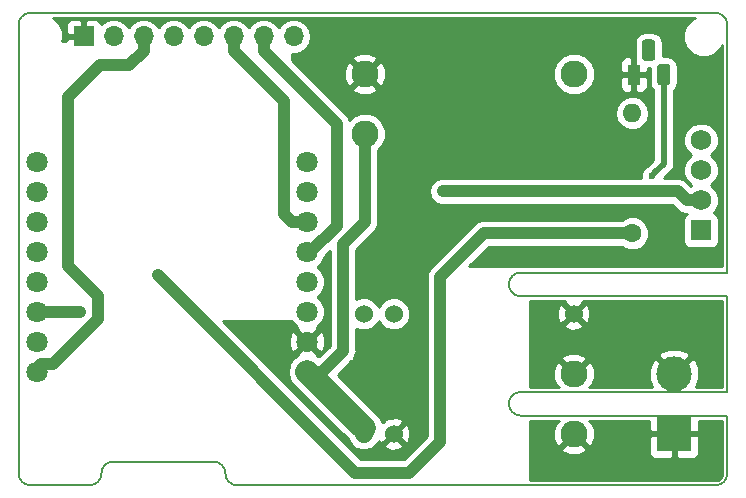
<source format=gbr>
G04 #@! TF.GenerationSoftware,KiCad,Pcbnew,(5.0.2)-1*
G04 #@! TF.CreationDate,2019-02-07T08:47:28-05:00*
G04 #@! TF.ProjectId,HASwitchPlate,48415377-6974-4636-9850-6c6174652e6b,rev?*
G04 #@! TF.SameCoordinates,Original*
G04 #@! TF.FileFunction,Copper,L1,Top*
G04 #@! TF.FilePolarity,Positive*
%FSLAX46Y46*%
G04 Gerber Fmt 4.6, Leading zero omitted, Abs format (unit mm)*
G04 Created by KiCad (PCBNEW (5.0.2)-1) date 2/7/2019 8:47:28 AM*
%MOMM*%
%LPD*%
G01*
G04 APERTURE LIST*
G04 #@! TA.AperFunction,NonConductor*
%ADD10C,0.150000*%
G04 #@! TD*
G04 #@! TA.AperFunction,ComponentPad*
%ADD11R,1.100000X1.800000*%
G04 #@! TD*
G04 #@! TA.AperFunction,Conductor*
%ADD12C,0.100000*%
G04 #@! TD*
G04 #@! TA.AperFunction,ComponentPad*
%ADD13C,1.100000*%
G04 #@! TD*
G04 #@! TA.AperFunction,ComponentPad*
%ADD14C,1.524000*%
G04 #@! TD*
G04 #@! TA.AperFunction,ComponentPad*
%ADD15C,2.290000*%
G04 #@! TD*
G04 #@! TA.AperFunction,ComponentPad*
%ADD16O,1.600000X1.600000*%
G04 #@! TD*
G04 #@! TA.AperFunction,ComponentPad*
%ADD17C,1.600000*%
G04 #@! TD*
G04 #@! TA.AperFunction,ComponentPad*
%ADD18C,1.750000*%
G04 #@! TD*
G04 #@! TA.AperFunction,ComponentPad*
%ADD19R,1.750000X1.750000*%
G04 #@! TD*
G04 #@! TA.AperFunction,ComponentPad*
%ADD20R,1.700000X1.700000*%
G04 #@! TD*
G04 #@! TA.AperFunction,ComponentPad*
%ADD21O,1.700000X1.700000*%
G04 #@! TD*
G04 #@! TA.AperFunction,ComponentPad*
%ADD22C,1.800000*%
G04 #@! TD*
G04 #@! TA.AperFunction,ComponentPad*
%ADD23R,3.000000X3.000000*%
G04 #@! TD*
G04 #@! TA.AperFunction,ComponentPad*
%ADD24C,3.000000*%
G04 #@! TD*
G04 #@! TA.AperFunction,ViaPad*
%ADD25C,0.600000*%
G04 #@! TD*
G04 #@! TA.AperFunction,Conductor*
%ADD26C,1.500000*%
G04 #@! TD*
G04 #@! TA.AperFunction,Conductor*
%ADD27C,2.000000*%
G04 #@! TD*
G04 #@! TA.AperFunction,Conductor*
%ADD28C,1.000000*%
G04 #@! TD*
G04 #@! TA.AperFunction,Conductor*
%ADD29C,0.500000*%
G04 #@! TD*
G04 #@! TA.AperFunction,Conductor*
%ADD30C,0.254000*%
G04 #@! TD*
G04 APERTURE END LIST*
D10*
X160000000Y-101000000D02*
X160000000Y-122000000D01*
X160000000Y-132100000D02*
X160000000Y-124000000D01*
X141500000Y-123000000D02*
G75*
G03X142500000Y-124000000I1000000J0D01*
G01*
X142500000Y-122000000D02*
G75*
G03X141500000Y-123000000I0J-1000000D01*
G01*
X142500000Y-122000000D02*
X160000000Y-122000000D01*
X142500000Y-124000000D02*
X160000000Y-124000000D01*
X118500000Y-140000000D02*
X159000000Y-140000000D01*
X101000000Y-140000000D02*
X106000000Y-140000000D01*
X108000000Y-138000000D02*
X116500000Y-138000000D01*
X117500000Y-139000000D02*
G75*
G03X118500000Y-140000000I1000000J0D01*
G01*
X117500000Y-139000000D02*
G75*
G03X116500000Y-138000000I-1000000J0D01*
G01*
X107998255Y-138000002D02*
G75*
G03X107000000Y-139000000I1745J-999998D01*
G01*
X106000000Y-140000000D02*
G75*
G03X107000000Y-139000000I0J1000000D01*
G01*
X101000000Y-100000000D02*
G75*
G03X100000000Y-101000000I0J-1000000D01*
G01*
X100000000Y-139000000D02*
G75*
G03X101000000Y-140000000I1000000J0D01*
G01*
X159000000Y-140000000D02*
G75*
G03X160000000Y-139000000I0J1000000D01*
G01*
X160000000Y-101000000D02*
G75*
G03X159000000Y-100000000I-1000000J0D01*
G01*
X141500000Y-133100000D02*
G75*
G03X142500000Y-134100000I1000000J0D01*
G01*
X142500000Y-132100000D02*
G75*
G03X141500000Y-133100000I0J-1000000D01*
G01*
X160000000Y-134100000D02*
X160000000Y-139000000D01*
X142500000Y-134100000D02*
X160000000Y-134100000D01*
X142500000Y-132100000D02*
X160000000Y-132100000D01*
X101000000Y-100000000D02*
X159000000Y-100000000D01*
X100000000Y-101000000D02*
X100000000Y-139000000D01*
D11*
G04 #@! TO.P,Q1,1*
G04 #@! TO.N,/GND*
X152070000Y-105226000D03*
D12*
G04 #@! TD*
G04 #@! TO.N,/LCD_GND*
G04 #@! TO.C,Q1*
G36*
X154911955Y-104327324D02*
X154938650Y-104331284D01*
X154964828Y-104337841D01*
X154990238Y-104346933D01*
X155014634Y-104358472D01*
X155037782Y-104372346D01*
X155059458Y-104388422D01*
X155079454Y-104406546D01*
X155097578Y-104426542D01*
X155113654Y-104448218D01*
X155127528Y-104471366D01*
X155139067Y-104495762D01*
X155148159Y-104521172D01*
X155154716Y-104547350D01*
X155158676Y-104574045D01*
X155160000Y-104601000D01*
X155160000Y-105851000D01*
X155158676Y-105877955D01*
X155154716Y-105904650D01*
X155148159Y-105930828D01*
X155139067Y-105956238D01*
X155127528Y-105980634D01*
X155113654Y-106003782D01*
X155097578Y-106025458D01*
X155079454Y-106045454D01*
X155059458Y-106063578D01*
X155037782Y-106079654D01*
X155014634Y-106093528D01*
X154990238Y-106105067D01*
X154964828Y-106114159D01*
X154938650Y-106120716D01*
X154911955Y-106124676D01*
X154885000Y-106126000D01*
X154335000Y-106126000D01*
X154308045Y-106124676D01*
X154281350Y-106120716D01*
X154255172Y-106114159D01*
X154229762Y-106105067D01*
X154205366Y-106093528D01*
X154182218Y-106079654D01*
X154160542Y-106063578D01*
X154140546Y-106045454D01*
X154122422Y-106025458D01*
X154106346Y-106003782D01*
X154092472Y-105980634D01*
X154080933Y-105956238D01*
X154071841Y-105930828D01*
X154065284Y-105904650D01*
X154061324Y-105877955D01*
X154060000Y-105851000D01*
X154060000Y-104601000D01*
X154061324Y-104574045D01*
X154065284Y-104547350D01*
X154071841Y-104521172D01*
X154080933Y-104495762D01*
X154092472Y-104471366D01*
X154106346Y-104448218D01*
X154122422Y-104426542D01*
X154140546Y-104406546D01*
X154160542Y-104388422D01*
X154182218Y-104372346D01*
X154205366Y-104358472D01*
X154229762Y-104346933D01*
X154255172Y-104337841D01*
X154281350Y-104331284D01*
X154308045Y-104327324D01*
X154335000Y-104326000D01*
X154885000Y-104326000D01*
X154911955Y-104327324D01*
X154911955Y-104327324D01*
G37*
D13*
G04 #@! TO.P,Q1,3*
G04 #@! TO.N,/LCD_GND*
X154610000Y-105226000D03*
D12*
G04 #@! TD*
G04 #@! TO.N,/LCD_CTL*
G04 #@! TO.C,Q1*
G36*
X153641955Y-102257324D02*
X153668650Y-102261284D01*
X153694828Y-102267841D01*
X153720238Y-102276933D01*
X153744634Y-102288472D01*
X153767782Y-102302346D01*
X153789458Y-102318422D01*
X153809454Y-102336546D01*
X153827578Y-102356542D01*
X153843654Y-102378218D01*
X153857528Y-102401366D01*
X153869067Y-102425762D01*
X153878159Y-102451172D01*
X153884716Y-102477350D01*
X153888676Y-102504045D01*
X153890000Y-102531000D01*
X153890000Y-103781000D01*
X153888676Y-103807955D01*
X153884716Y-103834650D01*
X153878159Y-103860828D01*
X153869067Y-103886238D01*
X153857528Y-103910634D01*
X153843654Y-103933782D01*
X153827578Y-103955458D01*
X153809454Y-103975454D01*
X153789458Y-103993578D01*
X153767782Y-104009654D01*
X153744634Y-104023528D01*
X153720238Y-104035067D01*
X153694828Y-104044159D01*
X153668650Y-104050716D01*
X153641955Y-104054676D01*
X153615000Y-104056000D01*
X153065000Y-104056000D01*
X153038045Y-104054676D01*
X153011350Y-104050716D01*
X152985172Y-104044159D01*
X152959762Y-104035067D01*
X152935366Y-104023528D01*
X152912218Y-104009654D01*
X152890542Y-103993578D01*
X152870546Y-103975454D01*
X152852422Y-103955458D01*
X152836346Y-103933782D01*
X152822472Y-103910634D01*
X152810933Y-103886238D01*
X152801841Y-103860828D01*
X152795284Y-103834650D01*
X152791324Y-103807955D01*
X152790000Y-103781000D01*
X152790000Y-102531000D01*
X152791324Y-102504045D01*
X152795284Y-102477350D01*
X152801841Y-102451172D01*
X152810933Y-102425762D01*
X152822472Y-102401366D01*
X152836346Y-102378218D01*
X152852422Y-102356542D01*
X152870546Y-102336546D01*
X152890542Y-102318422D01*
X152912218Y-102302346D01*
X152935366Y-102288472D01*
X152959762Y-102276933D01*
X152985172Y-102267841D01*
X153011350Y-102261284D01*
X153038045Y-102257324D01*
X153065000Y-102256000D01*
X153615000Y-102256000D01*
X153641955Y-102257324D01*
X153641955Y-102257324D01*
G37*
D13*
G04 #@! TO.P,Q1,2*
G04 #@! TO.N,/LCD_CTL*
X153340000Y-103156000D03*
G04 #@! TD*
D14*
G04 #@! TO.P,U3,8*
G04 #@! TO.N,N/C*
X129220000Y-125490000D03*
G04 #@! TO.P,U3,9*
G04 #@! TO.N,/+5V*
X129220000Y-135650000D03*
D15*
G04 #@! TO.P,U3,16*
G04 #@! TO.N,/AC_L*
X147000000Y-135650000D03*
D14*
G04 #@! TO.P,U3,10*
G04 #@! TO.N,/GND*
X131760000Y-135650000D03*
G04 #@! TO.P,U3,1*
G04 #@! TO.N,/AC_N*
X147000000Y-125490000D03*
G04 #@! TO.P,U3,7*
G04 #@! TO.N,N/C*
X131760000Y-125490000D03*
G04 #@! TD*
D16*
G04 #@! TO.P,R1,2*
G04 #@! TO.N,/LCD_CTL*
X151943000Y-108509000D03*
D17*
G04 #@! TO.P,R1,1*
G04 #@! TO.N,Net-(R1-Pad1)*
X151943000Y-118669000D03*
G04 #@! TD*
D18*
G04 #@! TO.P,J2,4*
G04 #@! TO.N,/+5V*
X157785000Y-110795000D03*
G04 #@! TO.P,J2,3*
G04 #@! TO.N,/LCD_TX*
X157785000Y-113335000D03*
G04 #@! TO.P,J2,2*
G04 #@! TO.N,/LCD_RX*
X157785000Y-115875000D03*
D19*
G04 #@! TO.P,J2,1*
G04 #@! TO.N,/LCD_GND*
X157785000Y-118415000D03*
G04 #@! TD*
D20*
G04 #@! TO.P,J3,1*
G04 #@! TO.N,/GND*
X105500000Y-102000000D03*
D21*
G04 #@! TO.P,J3,2*
G04 #@! TO.N,/+5V*
X108040000Y-102000000D03*
G04 #@! TO.P,J3,3*
G04 #@! TO.N,/+3.3V*
X110580000Y-102000000D03*
G04 #@! TO.P,J3,4*
G04 #@! TO.N,/A0*
X113120000Y-102000000D03*
G04 #@! TO.P,J3,5*
G04 #@! TO.N,/D0*
X115660000Y-102000000D03*
G04 #@! TO.P,J3,6*
G04 #@! TO.N,/D1*
X118200000Y-102000000D03*
G04 #@! TO.P,J3,7*
G04 #@! TO.N,/D2*
X120740000Y-102000000D03*
G04 #@! TO.P,J3,8*
G04 #@! TO.N,/D8_DBG*
X123280000Y-102000000D03*
G04 #@! TD*
D15*
G04 #@! TO.P,U1,5*
G04 #@! TO.N,N/C*
X147000000Y-105170000D03*
G04 #@! TO.P,U1,1*
G04 #@! TO.N,/AC_L*
X147000000Y-135650000D03*
G04 #@! TO.P,U1,2*
G04 #@! TO.N,/AC_N*
X147000000Y-130570000D03*
G04 #@! TO.P,U1,3*
G04 #@! TO.N,/+5V*
X129300000Y-110250000D03*
G04 #@! TO.P,U1,4*
G04 #@! TO.N,/GND*
X129300000Y-105170000D03*
G04 #@! TD*
D22*
G04 #@! TO.P,U2,16*
G04 #@! TO.N,/+3.3V*
X101570000Y-130390000D03*
G04 #@! TO.P,U2,1*
G04 #@! TO.N,/+5V*
X124430000Y-130390000D03*
G04 #@! TO.P,U2,15*
G04 #@! TO.N,/D8_DBG*
X101570000Y-127850000D03*
G04 #@! TO.P,U2,2*
G04 #@! TO.N,/GND*
X124430000Y-127850000D03*
G04 #@! TO.P,U2,14*
G04 #@! TO.N,/LCD_TX*
X101570000Y-125310000D03*
G04 #@! TO.P,U2,3*
G04 #@! TO.N,/LCD_RX*
X124430000Y-125310000D03*
G04 #@! TO.P,U2,13*
G04 #@! TO.N,Net-(R1-Pad1)*
X101570000Y-122770000D03*
G04 #@! TO.P,U2,4*
G04 #@! TO.N,Net-(U2-Pad4)*
X124430000Y-122770000D03*
G04 #@! TO.P,U2,12*
G04 #@! TO.N,Net-(U2-Pad12)*
X101570000Y-120230000D03*
G04 #@! TO.P,U2,5*
G04 #@! TO.N,/D2*
X124430000Y-120230000D03*
G04 #@! TO.P,U2,11*
G04 #@! TO.N,/D0*
X101570000Y-117690000D03*
G04 #@! TO.P,U2,6*
G04 #@! TO.N,/D1*
X124430000Y-117690000D03*
G04 #@! TO.P,U2,10*
G04 #@! TO.N,/A0*
X101570000Y-115150000D03*
G04 #@! TO.P,U2,7*
G04 #@! TO.N,Net-(U2-Pad7)*
X124430000Y-115150000D03*
G04 #@! TO.P,U2,9*
G04 #@! TO.N,Net-(U2-Pad9)*
X101570000Y-112610000D03*
G04 #@! TO.P,U2,8*
G04 #@! TO.N,Net-(U2-Pad8)*
X124430000Y-112610000D03*
G04 #@! TD*
D23*
G04 #@! TO.P,J1,1*
G04 #@! TO.N,/AC_L*
X155500000Y-135650000D03*
D24*
G04 #@! TO.P,J1,2*
G04 #@! TO.N,/AC_N*
X155500000Y-130570000D03*
G04 #@! TD*
D25*
G04 #@! TO.N,/LCD_TX*
X105207000Y-125310000D03*
G04 #@! TO.N,/LCD_RX*
X135941000Y-115113000D03*
G04 #@! TO.N,/LCD_GND*
X153594000Y-113812990D03*
G04 #@! TO.N,Net-(R1-Pad1)*
X111811000Y-122225000D03*
G04 #@! TD*
D26*
G04 #@! TO.N,/+5V*
X129220000Y-135189000D02*
X129220000Y-135650000D01*
X124430000Y-130390000D02*
X124430000Y-130399000D01*
D27*
X124430000Y-130399000D02*
X129220000Y-135189000D01*
D28*
X129300000Y-111869274D02*
X129300000Y-110250000D01*
X129300000Y-117753336D02*
X129300000Y-111869274D01*
X127457999Y-119595337D02*
X129300000Y-117753336D01*
X127457999Y-128634793D02*
X127457999Y-119595337D01*
X125702792Y-130390000D02*
X127457999Y-128634793D01*
X124430000Y-130390000D02*
X125702792Y-130390000D01*
G04 #@! TO.N,/LCD_TX*
X101570000Y-125310000D02*
X105207000Y-125310000D01*
G04 #@! TO.N,/LCD_RX*
X156547564Y-115875000D02*
X157785000Y-115875000D01*
X135899792Y-115113000D02*
X135941000Y-115113000D01*
X155785564Y-115113000D02*
X156547564Y-115875000D01*
X135941000Y-115113000D02*
X155785564Y-115113000D01*
G04 #@! TO.N,/+3.3V*
X110580000Y-103202081D02*
X110580000Y-102000000D01*
X109337081Y-104445000D02*
X110580000Y-103202081D01*
X106858000Y-104445000D02*
X109337081Y-104445000D01*
X104191000Y-107112000D02*
X106858000Y-104445000D01*
X104191000Y-121463000D02*
X104191000Y-107112000D01*
X101570000Y-130053000D02*
X101872999Y-129750001D01*
X101570000Y-130390000D02*
X101570000Y-130053000D01*
X101872999Y-129750001D02*
X102888333Y-129750001D01*
X102888333Y-129750001D02*
X106707010Y-125931324D01*
X106707010Y-125931324D02*
X106707010Y-123979010D01*
X106707010Y-123979010D02*
X104191000Y-121463000D01*
G04 #@! TO.N,/D1*
X118200000Y-103202081D02*
X118200000Y-102000000D01*
X122479000Y-107481081D02*
X118200000Y-103202081D01*
X122479000Y-117011792D02*
X122479000Y-107481081D01*
X124430000Y-117690000D02*
X123157208Y-117690000D01*
X123157208Y-117690000D02*
X122479000Y-117011792D01*
G04 #@! TO.N,/D2*
X120740000Y-103202081D02*
X120740000Y-102000000D01*
X126924000Y-109386081D02*
X120740000Y-103202081D01*
X126924000Y-118008002D02*
X126924000Y-109386081D01*
X124430000Y-120230000D02*
X124702002Y-120230000D01*
X124702002Y-120230000D02*
X126924000Y-118008002D01*
D29*
G04 #@! TO.N,/LCD_GND*
X153893999Y-113512991D02*
X153594000Y-113812990D01*
X154615010Y-112791980D02*
X153893999Y-113512991D01*
X154615010Y-104826000D02*
X154615010Y-112791980D01*
D28*
G04 #@! TO.N,Net-(R1-Pad1)*
X112110999Y-122524999D02*
X111811000Y-122225000D01*
X139370000Y-118669000D02*
X135687000Y-122352000D01*
X133084010Y-138924990D02*
X128510990Y-138924990D01*
X151943000Y-118669000D02*
X139370000Y-118669000D01*
X135687000Y-122352000D02*
X135687000Y-136322000D01*
X135687000Y-136322000D02*
X133084010Y-138924990D01*
X128510990Y-138924990D02*
X112110999Y-122524999D01*
G04 #@! TD*
D30*
G04 #@! TO.N,/GND*
G36*
X157021733Y-100535920D02*
X156535920Y-101021733D01*
X156273000Y-101656478D01*
X156273000Y-102343522D01*
X156535920Y-102978267D01*
X157021733Y-103464080D01*
X157656478Y-103727000D01*
X158343522Y-103727000D01*
X158978267Y-103464080D01*
X159464080Y-102978267D01*
X159578000Y-102703240D01*
X159578001Y-121463000D01*
X138169818Y-121463000D01*
X139836818Y-119796000D01*
X151051916Y-119796000D01*
X151134669Y-119878753D01*
X151659152Y-120096000D01*
X152226848Y-120096000D01*
X152751331Y-119878753D01*
X153152753Y-119477331D01*
X153370000Y-118952848D01*
X153370000Y-118385152D01*
X153152753Y-117860669D01*
X152751331Y-117459247D01*
X152226848Y-117242000D01*
X151659152Y-117242000D01*
X151134669Y-117459247D01*
X151051916Y-117542000D01*
X139480998Y-117542000D01*
X139370000Y-117519921D01*
X139259002Y-117542000D01*
X139259001Y-117542000D01*
X138930267Y-117607389D01*
X138557478Y-117856478D01*
X138494600Y-117950582D01*
X134968582Y-121476600D01*
X134874478Y-121539478D01*
X134710249Y-121785266D01*
X134631761Y-121902732D01*
X134625389Y-121912268D01*
X134596313Y-122058443D01*
X134537921Y-122352000D01*
X134560000Y-122462998D01*
X134560001Y-135855180D01*
X132617192Y-137797990D01*
X128977808Y-137797990D01*
X118789154Y-127609336D01*
X122883542Y-127609336D01*
X122909161Y-128219460D01*
X123093357Y-128664148D01*
X123349841Y-128750554D01*
X124250395Y-127850000D01*
X124609605Y-127850000D01*
X125510159Y-128750554D01*
X125766643Y-128664148D01*
X125976458Y-128090664D01*
X125950839Y-127480540D01*
X125766643Y-127035852D01*
X125510159Y-126949446D01*
X124609605Y-127850000D01*
X124250395Y-127850000D01*
X123349841Y-126949446D01*
X123093357Y-127035852D01*
X122883542Y-127609336D01*
X118789154Y-127609336D01*
X117306818Y-126127000D01*
X123000000Y-126127000D01*
X123048601Y-126117333D01*
X123089803Y-126089803D01*
X123096216Y-126080205D01*
X123135472Y-126174976D01*
X123565024Y-126604528D01*
X123582675Y-126611839D01*
X123529446Y-126769841D01*
X124430000Y-127670395D01*
X125330554Y-126769841D01*
X125277325Y-126611839D01*
X125294976Y-126604528D01*
X125724528Y-126174976D01*
X125957000Y-125613739D01*
X125957000Y-125006261D01*
X125724528Y-124445024D01*
X125319504Y-124040000D01*
X125724528Y-123634976D01*
X125957000Y-123073739D01*
X125957000Y-122466261D01*
X125724528Y-121905024D01*
X125319504Y-121500000D01*
X125724528Y-121094976D01*
X125932194Y-120593626D01*
X126331000Y-120194820D01*
X126330999Y-128167975D01*
X125405164Y-129093810D01*
X125299261Y-129023047D01*
X125330554Y-128930159D01*
X124430000Y-128029605D01*
X123529446Y-128930159D01*
X123560739Y-129023047D01*
X123256999Y-129225999D01*
X122897400Y-129764177D01*
X122771127Y-130399000D01*
X122897400Y-131033823D01*
X123166230Y-131436154D01*
X127934050Y-136203975D01*
X127965547Y-136251113D01*
X128042463Y-136436805D01*
X128184587Y-136578929D01*
X128227239Y-136642762D01*
X128291072Y-136685414D01*
X128433195Y-136827537D01*
X128618889Y-136904454D01*
X128682722Y-136947106D01*
X128758018Y-136962083D01*
X128943711Y-137039000D01*
X129144705Y-137039000D01*
X129220000Y-137053977D01*
X129295295Y-137039000D01*
X129496289Y-137039000D01*
X129681981Y-136962084D01*
X129757279Y-136947106D01*
X129821114Y-136904453D01*
X130006805Y-136827537D01*
X130148926Y-136685416D01*
X130212762Y-136642762D01*
X130221146Y-136630213D01*
X130959392Y-136630213D01*
X131028857Y-136872397D01*
X131552302Y-137059144D01*
X132107368Y-137031362D01*
X132491143Y-136872397D01*
X132560608Y-136630213D01*
X131760000Y-135829605D01*
X130959392Y-136630213D01*
X130221146Y-136630213D01*
X130255415Y-136578927D01*
X130397537Y-136436805D01*
X130474454Y-136251112D01*
X130480188Y-136242530D01*
X130537603Y-136381143D01*
X130779787Y-136450608D01*
X131580395Y-135650000D01*
X131939605Y-135650000D01*
X132740213Y-136450608D01*
X132982397Y-136381143D01*
X133169144Y-135857698D01*
X133141362Y-135302632D01*
X132982397Y-134918857D01*
X132740213Y-134849392D01*
X131939605Y-135650000D01*
X131580395Y-135650000D01*
X131566253Y-135635858D01*
X131745858Y-135456253D01*
X131760000Y-135470395D01*
X132560608Y-134669787D01*
X132491143Y-134427603D01*
X131967698Y-134240856D01*
X131412632Y-134268638D01*
X131028857Y-134427603D01*
X130959393Y-134669785D01*
X130844382Y-134554774D01*
X130767927Y-134631229D01*
X130752600Y-134554176D01*
X130483770Y-134151845D01*
X127009267Y-130677343D01*
X128176417Y-129510193D01*
X128270521Y-129447315D01*
X128519610Y-129074526D01*
X128584999Y-128745792D01*
X128584999Y-128745791D01*
X128607078Y-128634793D01*
X128584999Y-128523795D01*
X128584999Y-126730416D01*
X128943711Y-126879000D01*
X129496289Y-126879000D01*
X130006805Y-126667537D01*
X130397537Y-126276805D01*
X130490000Y-126053580D01*
X130582463Y-126276805D01*
X130973195Y-126667537D01*
X131483711Y-126879000D01*
X132036289Y-126879000D01*
X132546805Y-126667537D01*
X132937537Y-126276805D01*
X133149000Y-125766289D01*
X133149000Y-125213711D01*
X132937537Y-124703195D01*
X132546805Y-124312463D01*
X132036289Y-124101000D01*
X131483711Y-124101000D01*
X130973195Y-124312463D01*
X130582463Y-124703195D01*
X130490000Y-124926420D01*
X130397537Y-124703195D01*
X130006805Y-124312463D01*
X129496289Y-124101000D01*
X128943711Y-124101000D01*
X128584999Y-124249584D01*
X128584999Y-120062155D01*
X130018421Y-118628734D01*
X130112522Y-118565858D01*
X130281624Y-118312778D01*
X130361610Y-118193071D01*
X130361610Y-118193070D01*
X130361611Y-118193069D01*
X130427000Y-117864335D01*
X130427000Y-117864334D01*
X130449079Y-117753336D01*
X130427000Y-117642338D01*
X130427000Y-115113000D01*
X134750713Y-115113000D01*
X134838181Y-115552733D01*
X135087270Y-115925522D01*
X135460059Y-116174611D01*
X135788793Y-116240000D01*
X155318746Y-116240000D01*
X155672165Y-116593420D01*
X155735042Y-116687522D01*
X156107831Y-116936611D01*
X156436565Y-117002000D01*
X156436566Y-117002000D01*
X156547564Y-117024079D01*
X156556105Y-117022380D01*
X156457959Y-117087959D01*
X156319380Y-117295357D01*
X156270717Y-117540000D01*
X156270717Y-119290000D01*
X156319380Y-119534643D01*
X156457959Y-119742041D01*
X156665357Y-119880620D01*
X156910000Y-119929283D01*
X158660000Y-119929283D01*
X158904643Y-119880620D01*
X159112041Y-119742041D01*
X159250620Y-119534643D01*
X159299283Y-119290000D01*
X159299283Y-117540000D01*
X159250620Y-117295357D01*
X159112041Y-117087959D01*
X158904643Y-116949380D01*
X158846362Y-116937787D01*
X159058334Y-116725815D01*
X159287000Y-116173766D01*
X159287000Y-115576234D01*
X159058334Y-115024185D01*
X158639149Y-114605000D01*
X159058334Y-114185815D01*
X159287000Y-113633766D01*
X159287000Y-113036234D01*
X159058334Y-112484185D01*
X158639149Y-112065000D01*
X159058334Y-111645815D01*
X159287000Y-111093766D01*
X159287000Y-110496234D01*
X159058334Y-109944185D01*
X158635815Y-109521666D01*
X158083766Y-109293000D01*
X157486234Y-109293000D01*
X156934185Y-109521666D01*
X156511666Y-109944185D01*
X156283000Y-110496234D01*
X156283000Y-111093766D01*
X156511666Y-111645815D01*
X156930851Y-112065000D01*
X156511666Y-112484185D01*
X156283000Y-113036234D01*
X156283000Y-113633766D01*
X156511666Y-114185815D01*
X156930851Y-114605000D01*
X156901117Y-114634734D01*
X156660964Y-114394582D01*
X156598086Y-114300478D01*
X156225297Y-114051389D01*
X155896563Y-113986000D01*
X155896562Y-113986000D01*
X155785564Y-113963921D01*
X155674566Y-113986000D01*
X154661254Y-113986000D01*
X155174067Y-113473188D01*
X155247291Y-113424261D01*
X155338414Y-113287887D01*
X155441126Y-113134169D01*
X155460606Y-113036234D01*
X155492010Y-112878355D01*
X155492010Y-112878352D01*
X155509190Y-112791980D01*
X155492010Y-112705608D01*
X155492010Y-106523880D01*
X155531496Y-106497496D01*
X155729687Y-106200881D01*
X155799283Y-105851000D01*
X155799283Y-104601000D01*
X155729687Y-104251119D01*
X155531496Y-103954504D01*
X155234881Y-103756313D01*
X154885000Y-103686717D01*
X154529283Y-103686717D01*
X154529283Y-102531000D01*
X154459687Y-102181119D01*
X154261496Y-101884504D01*
X153964881Y-101686313D01*
X153615000Y-101616717D01*
X153065000Y-101616717D01*
X152715119Y-101686313D01*
X152418504Y-101884504D01*
X152220313Y-102181119D01*
X152150717Y-102531000D01*
X152150717Y-103781000D01*
X152197000Y-104013679D01*
X152197000Y-105099000D01*
X153096250Y-105099000D01*
X153255000Y-104940250D01*
X153255000Y-104695283D01*
X153420717Y-104695283D01*
X153420717Y-105851000D01*
X153490313Y-106200881D01*
X153688504Y-106497496D01*
X153738010Y-106530575D01*
X153738011Y-112428714D01*
X153334946Y-112831780D01*
X153334943Y-112831782D01*
X153189609Y-112977117D01*
X153068897Y-113027117D01*
X152808127Y-113287887D01*
X152667000Y-113628598D01*
X152667000Y-113986000D01*
X135788793Y-113986000D01*
X135460059Y-114051389D01*
X135087270Y-114300478D01*
X134838181Y-114673267D01*
X134750713Y-115113000D01*
X130427000Y-115113000D01*
X130427000Y-111628987D01*
X130802229Y-111253758D01*
X131072000Y-110602473D01*
X131072000Y-109897527D01*
X130802229Y-109246242D01*
X130303758Y-108747771D01*
X129727314Y-108509000D01*
X150488044Y-108509000D01*
X150598796Y-109065788D01*
X150914191Y-109537809D01*
X151386212Y-109853204D01*
X151802456Y-109936000D01*
X152083544Y-109936000D01*
X152499788Y-109853204D01*
X152971809Y-109537809D01*
X153287204Y-109065788D01*
X153397956Y-108509000D01*
X153287204Y-107952212D01*
X152971809Y-107480191D01*
X152499788Y-107164796D01*
X152083544Y-107082000D01*
X151802456Y-107082000D01*
X151386212Y-107164796D01*
X150914191Y-107480191D01*
X150598796Y-107952212D01*
X150488044Y-108509000D01*
X129727314Y-108509000D01*
X129652473Y-108478000D01*
X128947527Y-108478000D01*
X128296242Y-108747771D01*
X128004202Y-109039811D01*
X127985611Y-108946348D01*
X127736522Y-108573559D01*
X127642418Y-108510681D01*
X125559146Y-106427409D01*
X128222196Y-106427409D01*
X128338605Y-106709312D01*
X129000856Y-106960049D01*
X129708649Y-106938267D01*
X130261395Y-106709312D01*
X130377804Y-106427409D01*
X129300000Y-105349605D01*
X128222196Y-106427409D01*
X125559146Y-106427409D01*
X124002593Y-104870856D01*
X127509951Y-104870856D01*
X127531733Y-105578649D01*
X127760688Y-106131395D01*
X128042591Y-106247804D01*
X129120395Y-105170000D01*
X129479605Y-105170000D01*
X130557409Y-106247804D01*
X130839312Y-106131395D01*
X131090049Y-105469144D01*
X131069996Y-104817527D01*
X145228000Y-104817527D01*
X145228000Y-105522473D01*
X145497771Y-106173758D01*
X145996242Y-106672229D01*
X146647527Y-106942000D01*
X147352473Y-106942000D01*
X148003758Y-106672229D01*
X148502229Y-106173758D01*
X148772000Y-105522473D01*
X148772000Y-105511750D01*
X150885000Y-105511750D01*
X150885000Y-106252310D01*
X150981673Y-106485699D01*
X151160302Y-106664327D01*
X151393691Y-106761000D01*
X151784250Y-106761000D01*
X151943000Y-106602250D01*
X151943000Y-105353000D01*
X152197000Y-105353000D01*
X152197000Y-106602250D01*
X152355750Y-106761000D01*
X152746309Y-106761000D01*
X152979698Y-106664327D01*
X153158327Y-106485699D01*
X153255000Y-106252310D01*
X153255000Y-105511750D01*
X153096250Y-105353000D01*
X152197000Y-105353000D01*
X151943000Y-105353000D01*
X151043750Y-105353000D01*
X150885000Y-105511750D01*
X148772000Y-105511750D01*
X148772000Y-104817527D01*
X148516084Y-104199690D01*
X150885000Y-104199690D01*
X150885000Y-104940250D01*
X151043750Y-105099000D01*
X151943000Y-105099000D01*
X151943000Y-103849750D01*
X151784250Y-103691000D01*
X151393691Y-103691000D01*
X151160302Y-103787673D01*
X150981673Y-103966301D01*
X150885000Y-104199690D01*
X148516084Y-104199690D01*
X148502229Y-104166242D01*
X148003758Y-103667771D01*
X147352473Y-103398000D01*
X146647527Y-103398000D01*
X145996242Y-103667771D01*
X145497771Y-104166242D01*
X145228000Y-104817527D01*
X131069996Y-104817527D01*
X131068267Y-104761351D01*
X130839312Y-104208605D01*
X130557409Y-104092196D01*
X129479605Y-105170000D01*
X129120395Y-105170000D01*
X128042591Y-104092196D01*
X127760688Y-104208605D01*
X127509951Y-104870856D01*
X124002593Y-104870856D01*
X123127000Y-103995263D01*
X123127000Y-103912591D01*
X128222196Y-103912591D01*
X129300000Y-104990395D01*
X130377804Y-103912591D01*
X130261395Y-103630688D01*
X129599144Y-103379951D01*
X128891351Y-103401733D01*
X128338605Y-103630688D01*
X128222196Y-103912591D01*
X123127000Y-103912591D01*
X123127000Y-103475502D01*
X123134529Y-103477000D01*
X123425471Y-103477000D01*
X123856297Y-103391303D01*
X124344858Y-103064858D01*
X124671303Y-102576297D01*
X124785936Y-102000000D01*
X124671303Y-101423703D01*
X124344858Y-100935142D01*
X123856297Y-100608697D01*
X123425471Y-100523000D01*
X123134529Y-100523000D01*
X122703703Y-100608697D01*
X122215142Y-100935142D01*
X122010000Y-101242160D01*
X121804858Y-100935142D01*
X121316297Y-100608697D01*
X120885471Y-100523000D01*
X120594529Y-100523000D01*
X120163703Y-100608697D01*
X119675142Y-100935142D01*
X119470000Y-101242160D01*
X119264858Y-100935142D01*
X118776297Y-100608697D01*
X118345471Y-100523000D01*
X118054529Y-100523000D01*
X117623703Y-100608697D01*
X117135142Y-100935142D01*
X116930000Y-101242160D01*
X116724858Y-100935142D01*
X116236297Y-100608697D01*
X115805471Y-100523000D01*
X115514529Y-100523000D01*
X115083703Y-100608697D01*
X114595142Y-100935142D01*
X114390000Y-101242160D01*
X114184858Y-100935142D01*
X113696297Y-100608697D01*
X113265471Y-100523000D01*
X112974529Y-100523000D01*
X112543703Y-100608697D01*
X112055142Y-100935142D01*
X111850000Y-101242160D01*
X111644858Y-100935142D01*
X111156297Y-100608697D01*
X110725471Y-100523000D01*
X110434529Y-100523000D01*
X110003703Y-100608697D01*
X109515142Y-100935142D01*
X109310000Y-101242160D01*
X109104858Y-100935142D01*
X108616297Y-100608697D01*
X108185471Y-100523000D01*
X107894529Y-100523000D01*
X107463703Y-100608697D01*
X106975142Y-100935142D01*
X106958585Y-100959921D01*
X106888327Y-100790302D01*
X106709699Y-100611673D01*
X106476310Y-100515000D01*
X105785750Y-100515000D01*
X105627000Y-100673750D01*
X105627000Y-101873000D01*
X105647000Y-101873000D01*
X105647000Y-102127000D01*
X105627000Y-102127000D01*
X105627000Y-102147000D01*
X105373000Y-102147000D01*
X105373000Y-102127000D01*
X104173750Y-102127000D01*
X104015000Y-102285750D01*
X104015000Y-102373000D01*
X103675440Y-102373000D01*
X103727000Y-102248522D01*
X103727000Y-101561478D01*
X103504242Y-101023691D01*
X104015000Y-101023691D01*
X104015000Y-101714250D01*
X104173750Y-101873000D01*
X105373000Y-101873000D01*
X105373000Y-100673750D01*
X105214250Y-100515000D01*
X104523690Y-100515000D01*
X104290301Y-100611673D01*
X104111673Y-100790302D01*
X104015000Y-101023691D01*
X103504242Y-101023691D01*
X103464080Y-100926733D01*
X102978267Y-100440920D01*
X102932590Y-100422000D01*
X157296760Y-100422000D01*
X157021733Y-100535920D01*
X157021733Y-100535920D01*
G37*
X157021733Y-100535920D02*
X156535920Y-101021733D01*
X156273000Y-101656478D01*
X156273000Y-102343522D01*
X156535920Y-102978267D01*
X157021733Y-103464080D01*
X157656478Y-103727000D01*
X158343522Y-103727000D01*
X158978267Y-103464080D01*
X159464080Y-102978267D01*
X159578000Y-102703240D01*
X159578001Y-121463000D01*
X138169818Y-121463000D01*
X139836818Y-119796000D01*
X151051916Y-119796000D01*
X151134669Y-119878753D01*
X151659152Y-120096000D01*
X152226848Y-120096000D01*
X152751331Y-119878753D01*
X153152753Y-119477331D01*
X153370000Y-118952848D01*
X153370000Y-118385152D01*
X153152753Y-117860669D01*
X152751331Y-117459247D01*
X152226848Y-117242000D01*
X151659152Y-117242000D01*
X151134669Y-117459247D01*
X151051916Y-117542000D01*
X139480998Y-117542000D01*
X139370000Y-117519921D01*
X139259002Y-117542000D01*
X139259001Y-117542000D01*
X138930267Y-117607389D01*
X138557478Y-117856478D01*
X138494600Y-117950582D01*
X134968582Y-121476600D01*
X134874478Y-121539478D01*
X134710249Y-121785266D01*
X134631761Y-121902732D01*
X134625389Y-121912268D01*
X134596313Y-122058443D01*
X134537921Y-122352000D01*
X134560000Y-122462998D01*
X134560001Y-135855180D01*
X132617192Y-137797990D01*
X128977808Y-137797990D01*
X118789154Y-127609336D01*
X122883542Y-127609336D01*
X122909161Y-128219460D01*
X123093357Y-128664148D01*
X123349841Y-128750554D01*
X124250395Y-127850000D01*
X124609605Y-127850000D01*
X125510159Y-128750554D01*
X125766643Y-128664148D01*
X125976458Y-128090664D01*
X125950839Y-127480540D01*
X125766643Y-127035852D01*
X125510159Y-126949446D01*
X124609605Y-127850000D01*
X124250395Y-127850000D01*
X123349841Y-126949446D01*
X123093357Y-127035852D01*
X122883542Y-127609336D01*
X118789154Y-127609336D01*
X117306818Y-126127000D01*
X123000000Y-126127000D01*
X123048601Y-126117333D01*
X123089803Y-126089803D01*
X123096216Y-126080205D01*
X123135472Y-126174976D01*
X123565024Y-126604528D01*
X123582675Y-126611839D01*
X123529446Y-126769841D01*
X124430000Y-127670395D01*
X125330554Y-126769841D01*
X125277325Y-126611839D01*
X125294976Y-126604528D01*
X125724528Y-126174976D01*
X125957000Y-125613739D01*
X125957000Y-125006261D01*
X125724528Y-124445024D01*
X125319504Y-124040000D01*
X125724528Y-123634976D01*
X125957000Y-123073739D01*
X125957000Y-122466261D01*
X125724528Y-121905024D01*
X125319504Y-121500000D01*
X125724528Y-121094976D01*
X125932194Y-120593626D01*
X126331000Y-120194820D01*
X126330999Y-128167975D01*
X125405164Y-129093810D01*
X125299261Y-129023047D01*
X125330554Y-128930159D01*
X124430000Y-128029605D01*
X123529446Y-128930159D01*
X123560739Y-129023047D01*
X123256999Y-129225999D01*
X122897400Y-129764177D01*
X122771127Y-130399000D01*
X122897400Y-131033823D01*
X123166230Y-131436154D01*
X127934050Y-136203975D01*
X127965547Y-136251113D01*
X128042463Y-136436805D01*
X128184587Y-136578929D01*
X128227239Y-136642762D01*
X128291072Y-136685414D01*
X128433195Y-136827537D01*
X128618889Y-136904454D01*
X128682722Y-136947106D01*
X128758018Y-136962083D01*
X128943711Y-137039000D01*
X129144705Y-137039000D01*
X129220000Y-137053977D01*
X129295295Y-137039000D01*
X129496289Y-137039000D01*
X129681981Y-136962084D01*
X129757279Y-136947106D01*
X129821114Y-136904453D01*
X130006805Y-136827537D01*
X130148926Y-136685416D01*
X130212762Y-136642762D01*
X130221146Y-136630213D01*
X130959392Y-136630213D01*
X131028857Y-136872397D01*
X131552302Y-137059144D01*
X132107368Y-137031362D01*
X132491143Y-136872397D01*
X132560608Y-136630213D01*
X131760000Y-135829605D01*
X130959392Y-136630213D01*
X130221146Y-136630213D01*
X130255415Y-136578927D01*
X130397537Y-136436805D01*
X130474454Y-136251112D01*
X130480188Y-136242530D01*
X130537603Y-136381143D01*
X130779787Y-136450608D01*
X131580395Y-135650000D01*
X131939605Y-135650000D01*
X132740213Y-136450608D01*
X132982397Y-136381143D01*
X133169144Y-135857698D01*
X133141362Y-135302632D01*
X132982397Y-134918857D01*
X132740213Y-134849392D01*
X131939605Y-135650000D01*
X131580395Y-135650000D01*
X131566253Y-135635858D01*
X131745858Y-135456253D01*
X131760000Y-135470395D01*
X132560608Y-134669787D01*
X132491143Y-134427603D01*
X131967698Y-134240856D01*
X131412632Y-134268638D01*
X131028857Y-134427603D01*
X130959393Y-134669785D01*
X130844382Y-134554774D01*
X130767927Y-134631229D01*
X130752600Y-134554176D01*
X130483770Y-134151845D01*
X127009267Y-130677343D01*
X128176417Y-129510193D01*
X128270521Y-129447315D01*
X128519610Y-129074526D01*
X128584999Y-128745792D01*
X128584999Y-128745791D01*
X128607078Y-128634793D01*
X128584999Y-128523795D01*
X128584999Y-126730416D01*
X128943711Y-126879000D01*
X129496289Y-126879000D01*
X130006805Y-126667537D01*
X130397537Y-126276805D01*
X130490000Y-126053580D01*
X130582463Y-126276805D01*
X130973195Y-126667537D01*
X131483711Y-126879000D01*
X132036289Y-126879000D01*
X132546805Y-126667537D01*
X132937537Y-126276805D01*
X133149000Y-125766289D01*
X133149000Y-125213711D01*
X132937537Y-124703195D01*
X132546805Y-124312463D01*
X132036289Y-124101000D01*
X131483711Y-124101000D01*
X130973195Y-124312463D01*
X130582463Y-124703195D01*
X130490000Y-124926420D01*
X130397537Y-124703195D01*
X130006805Y-124312463D01*
X129496289Y-124101000D01*
X128943711Y-124101000D01*
X128584999Y-124249584D01*
X128584999Y-120062155D01*
X130018421Y-118628734D01*
X130112522Y-118565858D01*
X130281624Y-118312778D01*
X130361610Y-118193071D01*
X130361610Y-118193070D01*
X130361611Y-118193069D01*
X130427000Y-117864335D01*
X130427000Y-117864334D01*
X130449079Y-117753336D01*
X130427000Y-117642338D01*
X130427000Y-115113000D01*
X134750713Y-115113000D01*
X134838181Y-115552733D01*
X135087270Y-115925522D01*
X135460059Y-116174611D01*
X135788793Y-116240000D01*
X155318746Y-116240000D01*
X155672165Y-116593420D01*
X155735042Y-116687522D01*
X156107831Y-116936611D01*
X156436565Y-117002000D01*
X156436566Y-117002000D01*
X156547564Y-117024079D01*
X156556105Y-117022380D01*
X156457959Y-117087959D01*
X156319380Y-117295357D01*
X156270717Y-117540000D01*
X156270717Y-119290000D01*
X156319380Y-119534643D01*
X156457959Y-119742041D01*
X156665357Y-119880620D01*
X156910000Y-119929283D01*
X158660000Y-119929283D01*
X158904643Y-119880620D01*
X159112041Y-119742041D01*
X159250620Y-119534643D01*
X159299283Y-119290000D01*
X159299283Y-117540000D01*
X159250620Y-117295357D01*
X159112041Y-117087959D01*
X158904643Y-116949380D01*
X158846362Y-116937787D01*
X159058334Y-116725815D01*
X159287000Y-116173766D01*
X159287000Y-115576234D01*
X159058334Y-115024185D01*
X158639149Y-114605000D01*
X159058334Y-114185815D01*
X159287000Y-113633766D01*
X159287000Y-113036234D01*
X159058334Y-112484185D01*
X158639149Y-112065000D01*
X159058334Y-111645815D01*
X159287000Y-111093766D01*
X159287000Y-110496234D01*
X159058334Y-109944185D01*
X158635815Y-109521666D01*
X158083766Y-109293000D01*
X157486234Y-109293000D01*
X156934185Y-109521666D01*
X156511666Y-109944185D01*
X156283000Y-110496234D01*
X156283000Y-111093766D01*
X156511666Y-111645815D01*
X156930851Y-112065000D01*
X156511666Y-112484185D01*
X156283000Y-113036234D01*
X156283000Y-113633766D01*
X156511666Y-114185815D01*
X156930851Y-114605000D01*
X156901117Y-114634734D01*
X156660964Y-114394582D01*
X156598086Y-114300478D01*
X156225297Y-114051389D01*
X155896563Y-113986000D01*
X155896562Y-113986000D01*
X155785564Y-113963921D01*
X155674566Y-113986000D01*
X154661254Y-113986000D01*
X155174067Y-113473188D01*
X155247291Y-113424261D01*
X155338414Y-113287887D01*
X155441126Y-113134169D01*
X155460606Y-113036234D01*
X155492010Y-112878355D01*
X155492010Y-112878352D01*
X155509190Y-112791980D01*
X155492010Y-112705608D01*
X155492010Y-106523880D01*
X155531496Y-106497496D01*
X155729687Y-106200881D01*
X155799283Y-105851000D01*
X155799283Y-104601000D01*
X155729687Y-104251119D01*
X155531496Y-103954504D01*
X155234881Y-103756313D01*
X154885000Y-103686717D01*
X154529283Y-103686717D01*
X154529283Y-102531000D01*
X154459687Y-102181119D01*
X154261496Y-101884504D01*
X153964881Y-101686313D01*
X153615000Y-101616717D01*
X153065000Y-101616717D01*
X152715119Y-101686313D01*
X152418504Y-101884504D01*
X152220313Y-102181119D01*
X152150717Y-102531000D01*
X152150717Y-103781000D01*
X152197000Y-104013679D01*
X152197000Y-105099000D01*
X153096250Y-105099000D01*
X153255000Y-104940250D01*
X153255000Y-104695283D01*
X153420717Y-104695283D01*
X153420717Y-105851000D01*
X153490313Y-106200881D01*
X153688504Y-106497496D01*
X153738010Y-106530575D01*
X153738011Y-112428714D01*
X153334946Y-112831780D01*
X153334943Y-112831782D01*
X153189609Y-112977117D01*
X153068897Y-113027117D01*
X152808127Y-113287887D01*
X152667000Y-113628598D01*
X152667000Y-113986000D01*
X135788793Y-113986000D01*
X135460059Y-114051389D01*
X135087270Y-114300478D01*
X134838181Y-114673267D01*
X134750713Y-115113000D01*
X130427000Y-115113000D01*
X130427000Y-111628987D01*
X130802229Y-111253758D01*
X131072000Y-110602473D01*
X131072000Y-109897527D01*
X130802229Y-109246242D01*
X130303758Y-108747771D01*
X129727314Y-108509000D01*
X150488044Y-108509000D01*
X150598796Y-109065788D01*
X150914191Y-109537809D01*
X151386212Y-109853204D01*
X151802456Y-109936000D01*
X152083544Y-109936000D01*
X152499788Y-109853204D01*
X152971809Y-109537809D01*
X153287204Y-109065788D01*
X153397956Y-108509000D01*
X153287204Y-107952212D01*
X152971809Y-107480191D01*
X152499788Y-107164796D01*
X152083544Y-107082000D01*
X151802456Y-107082000D01*
X151386212Y-107164796D01*
X150914191Y-107480191D01*
X150598796Y-107952212D01*
X150488044Y-108509000D01*
X129727314Y-108509000D01*
X129652473Y-108478000D01*
X128947527Y-108478000D01*
X128296242Y-108747771D01*
X128004202Y-109039811D01*
X127985611Y-108946348D01*
X127736522Y-108573559D01*
X127642418Y-108510681D01*
X125559146Y-106427409D01*
X128222196Y-106427409D01*
X128338605Y-106709312D01*
X129000856Y-106960049D01*
X129708649Y-106938267D01*
X130261395Y-106709312D01*
X130377804Y-106427409D01*
X129300000Y-105349605D01*
X128222196Y-106427409D01*
X125559146Y-106427409D01*
X124002593Y-104870856D01*
X127509951Y-104870856D01*
X127531733Y-105578649D01*
X127760688Y-106131395D01*
X128042591Y-106247804D01*
X129120395Y-105170000D01*
X129479605Y-105170000D01*
X130557409Y-106247804D01*
X130839312Y-106131395D01*
X131090049Y-105469144D01*
X131069996Y-104817527D01*
X145228000Y-104817527D01*
X145228000Y-105522473D01*
X145497771Y-106173758D01*
X145996242Y-106672229D01*
X146647527Y-106942000D01*
X147352473Y-106942000D01*
X148003758Y-106672229D01*
X148502229Y-106173758D01*
X148772000Y-105522473D01*
X148772000Y-105511750D01*
X150885000Y-105511750D01*
X150885000Y-106252310D01*
X150981673Y-106485699D01*
X151160302Y-106664327D01*
X151393691Y-106761000D01*
X151784250Y-106761000D01*
X151943000Y-106602250D01*
X151943000Y-105353000D01*
X152197000Y-105353000D01*
X152197000Y-106602250D01*
X152355750Y-106761000D01*
X152746309Y-106761000D01*
X152979698Y-106664327D01*
X153158327Y-106485699D01*
X153255000Y-106252310D01*
X153255000Y-105511750D01*
X153096250Y-105353000D01*
X152197000Y-105353000D01*
X151943000Y-105353000D01*
X151043750Y-105353000D01*
X150885000Y-105511750D01*
X148772000Y-105511750D01*
X148772000Y-104817527D01*
X148516084Y-104199690D01*
X150885000Y-104199690D01*
X150885000Y-104940250D01*
X151043750Y-105099000D01*
X151943000Y-105099000D01*
X151943000Y-103849750D01*
X151784250Y-103691000D01*
X151393691Y-103691000D01*
X151160302Y-103787673D01*
X150981673Y-103966301D01*
X150885000Y-104199690D01*
X148516084Y-104199690D01*
X148502229Y-104166242D01*
X148003758Y-103667771D01*
X147352473Y-103398000D01*
X146647527Y-103398000D01*
X145996242Y-103667771D01*
X145497771Y-104166242D01*
X145228000Y-104817527D01*
X131069996Y-104817527D01*
X131068267Y-104761351D01*
X130839312Y-104208605D01*
X130557409Y-104092196D01*
X129479605Y-105170000D01*
X129120395Y-105170000D01*
X128042591Y-104092196D01*
X127760688Y-104208605D01*
X127509951Y-104870856D01*
X124002593Y-104870856D01*
X123127000Y-103995263D01*
X123127000Y-103912591D01*
X128222196Y-103912591D01*
X129300000Y-104990395D01*
X130377804Y-103912591D01*
X130261395Y-103630688D01*
X129599144Y-103379951D01*
X128891351Y-103401733D01*
X128338605Y-103630688D01*
X128222196Y-103912591D01*
X123127000Y-103912591D01*
X123127000Y-103475502D01*
X123134529Y-103477000D01*
X123425471Y-103477000D01*
X123856297Y-103391303D01*
X124344858Y-103064858D01*
X124671303Y-102576297D01*
X124785936Y-102000000D01*
X124671303Y-101423703D01*
X124344858Y-100935142D01*
X123856297Y-100608697D01*
X123425471Y-100523000D01*
X123134529Y-100523000D01*
X122703703Y-100608697D01*
X122215142Y-100935142D01*
X122010000Y-101242160D01*
X121804858Y-100935142D01*
X121316297Y-100608697D01*
X120885471Y-100523000D01*
X120594529Y-100523000D01*
X120163703Y-100608697D01*
X119675142Y-100935142D01*
X119470000Y-101242160D01*
X119264858Y-100935142D01*
X118776297Y-100608697D01*
X118345471Y-100523000D01*
X118054529Y-100523000D01*
X117623703Y-100608697D01*
X117135142Y-100935142D01*
X116930000Y-101242160D01*
X116724858Y-100935142D01*
X116236297Y-100608697D01*
X115805471Y-100523000D01*
X115514529Y-100523000D01*
X115083703Y-100608697D01*
X114595142Y-100935142D01*
X114390000Y-101242160D01*
X114184858Y-100935142D01*
X113696297Y-100608697D01*
X113265471Y-100523000D01*
X112974529Y-100523000D01*
X112543703Y-100608697D01*
X112055142Y-100935142D01*
X111850000Y-101242160D01*
X111644858Y-100935142D01*
X111156297Y-100608697D01*
X110725471Y-100523000D01*
X110434529Y-100523000D01*
X110003703Y-100608697D01*
X109515142Y-100935142D01*
X109310000Y-101242160D01*
X109104858Y-100935142D01*
X108616297Y-100608697D01*
X108185471Y-100523000D01*
X107894529Y-100523000D01*
X107463703Y-100608697D01*
X106975142Y-100935142D01*
X106958585Y-100959921D01*
X106888327Y-100790302D01*
X106709699Y-100611673D01*
X106476310Y-100515000D01*
X105785750Y-100515000D01*
X105627000Y-100673750D01*
X105627000Y-101873000D01*
X105647000Y-101873000D01*
X105647000Y-102127000D01*
X105627000Y-102127000D01*
X105627000Y-102147000D01*
X105373000Y-102147000D01*
X105373000Y-102127000D01*
X104173750Y-102127000D01*
X104015000Y-102285750D01*
X104015000Y-102373000D01*
X103675440Y-102373000D01*
X103727000Y-102248522D01*
X103727000Y-101561478D01*
X103504242Y-101023691D01*
X104015000Y-101023691D01*
X104015000Y-101714250D01*
X104173750Y-101873000D01*
X105373000Y-101873000D01*
X105373000Y-100673750D01*
X105214250Y-100515000D01*
X104523690Y-100515000D01*
X104290301Y-100611673D01*
X104111673Y-100790302D01*
X104015000Y-101023691D01*
X103504242Y-101023691D01*
X103464080Y-100926733D01*
X102978267Y-100440920D01*
X102932590Y-100422000D01*
X157296760Y-100422000D01*
X157021733Y-100535920D01*
G04 #@! TO.N,/AC_L*
G36*
X145742589Y-134572197D02*
X145460688Y-134688605D01*
X145209951Y-135350856D01*
X145231733Y-136058649D01*
X145460688Y-136611395D01*
X145742591Y-136727804D01*
X146820395Y-135650000D01*
X146806253Y-135635858D01*
X146985858Y-135456253D01*
X147000000Y-135470395D01*
X147014143Y-135456253D01*
X147193748Y-135635858D01*
X147179605Y-135650000D01*
X148257409Y-136727804D01*
X148539312Y-136611395D01*
X148790049Y-135949144D01*
X148789637Y-135935750D01*
X153365000Y-135935750D01*
X153365000Y-137276309D01*
X153461673Y-137509698D01*
X153640301Y-137688327D01*
X153873690Y-137785000D01*
X155214250Y-137785000D01*
X155373000Y-137626250D01*
X155373000Y-135777000D01*
X155627000Y-135777000D01*
X155627000Y-137626250D01*
X155785750Y-137785000D01*
X157126310Y-137785000D01*
X157359699Y-137688327D01*
X157538327Y-137509698D01*
X157635000Y-137276309D01*
X157635000Y-135935750D01*
X157476250Y-135777000D01*
X155627000Y-135777000D01*
X155373000Y-135777000D01*
X153523750Y-135777000D01*
X153365000Y-135935750D01*
X148789637Y-135935750D01*
X148768267Y-135241351D01*
X148539312Y-134688605D01*
X148257411Y-134572197D01*
X148307608Y-134522000D01*
X153365000Y-134522000D01*
X153365000Y-135364250D01*
X153523750Y-135523000D01*
X155373000Y-135523000D01*
X155373000Y-135503000D01*
X155627000Y-135503000D01*
X155627000Y-135523000D01*
X157476250Y-135523000D01*
X157635000Y-135364250D01*
X157635000Y-134522000D01*
X159578000Y-134522000D01*
X159578001Y-138958434D01*
X159526365Y-139218027D01*
X159402863Y-139402861D01*
X159218027Y-139526365D01*
X158958439Y-139578000D01*
X143307000Y-139578000D01*
X143307000Y-136907409D01*
X145922196Y-136907409D01*
X146038605Y-137189312D01*
X146700856Y-137440049D01*
X147408649Y-137418267D01*
X147961395Y-137189312D01*
X148077804Y-136907409D01*
X147000000Y-135829605D01*
X145922196Y-136907409D01*
X143307000Y-136907409D01*
X143307000Y-134522000D01*
X145692392Y-134522000D01*
X145742589Y-134572197D01*
X145742589Y-134572197D01*
G37*
X145742589Y-134572197D02*
X145460688Y-134688605D01*
X145209951Y-135350856D01*
X145231733Y-136058649D01*
X145460688Y-136611395D01*
X145742591Y-136727804D01*
X146820395Y-135650000D01*
X146806253Y-135635858D01*
X146985858Y-135456253D01*
X147000000Y-135470395D01*
X147014143Y-135456253D01*
X147193748Y-135635858D01*
X147179605Y-135650000D01*
X148257409Y-136727804D01*
X148539312Y-136611395D01*
X148790049Y-135949144D01*
X148789637Y-135935750D01*
X153365000Y-135935750D01*
X153365000Y-137276309D01*
X153461673Y-137509698D01*
X153640301Y-137688327D01*
X153873690Y-137785000D01*
X155214250Y-137785000D01*
X155373000Y-137626250D01*
X155373000Y-135777000D01*
X155627000Y-135777000D01*
X155627000Y-137626250D01*
X155785750Y-137785000D01*
X157126310Y-137785000D01*
X157359699Y-137688327D01*
X157538327Y-137509698D01*
X157635000Y-137276309D01*
X157635000Y-135935750D01*
X157476250Y-135777000D01*
X155627000Y-135777000D01*
X155373000Y-135777000D01*
X153523750Y-135777000D01*
X153365000Y-135935750D01*
X148789637Y-135935750D01*
X148768267Y-135241351D01*
X148539312Y-134688605D01*
X148257411Y-134572197D01*
X148307608Y-134522000D01*
X153365000Y-134522000D01*
X153365000Y-135364250D01*
X153523750Y-135523000D01*
X155373000Y-135523000D01*
X155373000Y-135503000D01*
X155627000Y-135503000D01*
X155627000Y-135523000D01*
X157476250Y-135523000D01*
X157635000Y-135364250D01*
X157635000Y-134522000D01*
X159578000Y-134522000D01*
X159578001Y-138958434D01*
X159526365Y-139218027D01*
X159402863Y-139402861D01*
X159218027Y-139526365D01*
X158958439Y-139578000D01*
X143307000Y-139578000D01*
X143307000Y-136907409D01*
X145922196Y-136907409D01*
X146038605Y-137189312D01*
X146700856Y-137440049D01*
X147408649Y-137418267D01*
X147961395Y-137189312D01*
X148077804Y-136907409D01*
X147000000Y-135829605D01*
X145922196Y-136907409D01*
X143307000Y-136907409D01*
X143307000Y-134522000D01*
X145692392Y-134522000D01*
X145742589Y-134572197D01*
G04 #@! TO.N,/AC_N*
G36*
X146199392Y-124509787D02*
X147000000Y-125310395D01*
X147800608Y-124509787D01*
X147775428Y-124422000D01*
X159578001Y-124422000D01*
X159578000Y-131678000D01*
X157358839Y-131678000D01*
X157642723Y-130953813D01*
X157626497Y-130104613D01*
X157332739Y-129395418D01*
X157013970Y-129235635D01*
X155679605Y-130570000D01*
X155693748Y-130584143D01*
X155514143Y-130763748D01*
X155500000Y-130749605D01*
X155485858Y-130763748D01*
X155306253Y-130584143D01*
X155320395Y-130570000D01*
X153986030Y-129235635D01*
X153667261Y-129395418D01*
X153357277Y-130186187D01*
X153373503Y-131035387D01*
X153639682Y-131678000D01*
X148287608Y-131678000D01*
X148257411Y-131647803D01*
X148539312Y-131531395D01*
X148790049Y-130869144D01*
X148768267Y-130161351D01*
X148539312Y-129608605D01*
X148257409Y-129492196D01*
X147179605Y-130570000D01*
X147193748Y-130584143D01*
X147014143Y-130763748D01*
X147000000Y-130749605D01*
X146985858Y-130763748D01*
X146806253Y-130584143D01*
X146820395Y-130570000D01*
X145742591Y-129492196D01*
X145460688Y-129608605D01*
X145209951Y-130270856D01*
X145231733Y-130978649D01*
X145460688Y-131531395D01*
X145742589Y-131647803D01*
X145712392Y-131678000D01*
X143307000Y-131678000D01*
X143307000Y-129312591D01*
X145922196Y-129312591D01*
X147000000Y-130390395D01*
X148077804Y-129312591D01*
X147971860Y-129056030D01*
X154165635Y-129056030D01*
X155500000Y-130390395D01*
X156834365Y-129056030D01*
X156674582Y-128737261D01*
X155883813Y-128427277D01*
X155034613Y-128443503D01*
X154325418Y-128737261D01*
X154165635Y-129056030D01*
X147971860Y-129056030D01*
X147961395Y-129030688D01*
X147299144Y-128779951D01*
X146591351Y-128801733D01*
X146038605Y-129030688D01*
X145922196Y-129312591D01*
X143307000Y-129312591D01*
X143307000Y-126470213D01*
X146199392Y-126470213D01*
X146268857Y-126712397D01*
X146792302Y-126899144D01*
X147347368Y-126871362D01*
X147731143Y-126712397D01*
X147800608Y-126470213D01*
X147000000Y-125669605D01*
X146199392Y-126470213D01*
X143307000Y-126470213D01*
X143307000Y-125282302D01*
X145590856Y-125282302D01*
X145618638Y-125837368D01*
X145777603Y-126221143D01*
X146019787Y-126290608D01*
X146820395Y-125490000D01*
X147179605Y-125490000D01*
X147980213Y-126290608D01*
X148222397Y-126221143D01*
X148409144Y-125697698D01*
X148381362Y-125142632D01*
X148222397Y-124758857D01*
X147980213Y-124689392D01*
X147179605Y-125490000D01*
X146820395Y-125490000D01*
X146019787Y-124689392D01*
X145777603Y-124758857D01*
X145590856Y-125282302D01*
X143307000Y-125282302D01*
X143307000Y-124422000D01*
X146224572Y-124422000D01*
X146199392Y-124509787D01*
X146199392Y-124509787D01*
G37*
X146199392Y-124509787D02*
X147000000Y-125310395D01*
X147800608Y-124509787D01*
X147775428Y-124422000D01*
X159578001Y-124422000D01*
X159578000Y-131678000D01*
X157358839Y-131678000D01*
X157642723Y-130953813D01*
X157626497Y-130104613D01*
X157332739Y-129395418D01*
X157013970Y-129235635D01*
X155679605Y-130570000D01*
X155693748Y-130584143D01*
X155514143Y-130763748D01*
X155500000Y-130749605D01*
X155485858Y-130763748D01*
X155306253Y-130584143D01*
X155320395Y-130570000D01*
X153986030Y-129235635D01*
X153667261Y-129395418D01*
X153357277Y-130186187D01*
X153373503Y-131035387D01*
X153639682Y-131678000D01*
X148287608Y-131678000D01*
X148257411Y-131647803D01*
X148539312Y-131531395D01*
X148790049Y-130869144D01*
X148768267Y-130161351D01*
X148539312Y-129608605D01*
X148257409Y-129492196D01*
X147179605Y-130570000D01*
X147193748Y-130584143D01*
X147014143Y-130763748D01*
X147000000Y-130749605D01*
X146985858Y-130763748D01*
X146806253Y-130584143D01*
X146820395Y-130570000D01*
X145742591Y-129492196D01*
X145460688Y-129608605D01*
X145209951Y-130270856D01*
X145231733Y-130978649D01*
X145460688Y-131531395D01*
X145742589Y-131647803D01*
X145712392Y-131678000D01*
X143307000Y-131678000D01*
X143307000Y-129312591D01*
X145922196Y-129312591D01*
X147000000Y-130390395D01*
X148077804Y-129312591D01*
X147971860Y-129056030D01*
X154165635Y-129056030D01*
X155500000Y-130390395D01*
X156834365Y-129056030D01*
X156674582Y-128737261D01*
X155883813Y-128427277D01*
X155034613Y-128443503D01*
X154325418Y-128737261D01*
X154165635Y-129056030D01*
X147971860Y-129056030D01*
X147961395Y-129030688D01*
X147299144Y-128779951D01*
X146591351Y-128801733D01*
X146038605Y-129030688D01*
X145922196Y-129312591D01*
X143307000Y-129312591D01*
X143307000Y-126470213D01*
X146199392Y-126470213D01*
X146268857Y-126712397D01*
X146792302Y-126899144D01*
X147347368Y-126871362D01*
X147731143Y-126712397D01*
X147800608Y-126470213D01*
X147000000Y-125669605D01*
X146199392Y-126470213D01*
X143307000Y-126470213D01*
X143307000Y-125282302D01*
X145590856Y-125282302D01*
X145618638Y-125837368D01*
X145777603Y-126221143D01*
X146019787Y-126290608D01*
X146820395Y-125490000D01*
X147179605Y-125490000D01*
X147980213Y-126290608D01*
X148222397Y-126221143D01*
X148409144Y-125697698D01*
X148381362Y-125142632D01*
X148222397Y-124758857D01*
X147980213Y-124689392D01*
X147179605Y-125490000D01*
X146820395Y-125490000D01*
X146019787Y-124689392D01*
X145777603Y-124758857D01*
X145590856Y-125282302D01*
X143307000Y-125282302D01*
X143307000Y-124422000D01*
X146224572Y-124422000D01*
X146199392Y-124509787D01*
G04 #@! TD*
M02*

</source>
